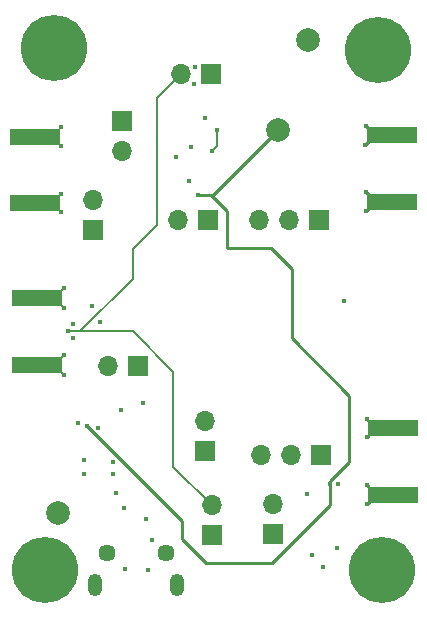
<source format=gbr>
%TF.GenerationSoftware,KiCad,Pcbnew,(6.0.9)*%
%TF.CreationDate,2022-12-23T15:52:03-08:00*%
%TF.ProjectId,pdm_mic_brd,70646d5f-6d69-4635-9f62-72642e6b6963,rev?*%
%TF.SameCoordinates,Original*%
%TF.FileFunction,Copper,L4,Bot*%
%TF.FilePolarity,Positive*%
%FSLAX46Y46*%
G04 Gerber Fmt 4.6, Leading zero omitted, Abs format (unit mm)*
G04 Created by KiCad (PCBNEW (6.0.9)) date 2022-12-23 15:52:03*
%MOMM*%
%LPD*%
G01*
G04 APERTURE LIST*
%TA.AperFunction,ComponentPad*%
%ADD10R,1.700000X1.700000*%
%TD*%
%TA.AperFunction,ComponentPad*%
%ADD11O,1.700000X1.700000*%
%TD*%
%TA.AperFunction,SMDPad,CuDef*%
%ADD12R,4.200000X1.350000*%
%TD*%
%TA.AperFunction,ConnectorPad*%
%ADD13C,5.600000*%
%TD*%
%TA.AperFunction,ComponentPad*%
%ADD14C,3.600000*%
%TD*%
%TA.AperFunction,ComponentPad*%
%ADD15C,2.000000*%
%TD*%
%TA.AperFunction,ComponentPad*%
%ADD16C,1.450000*%
%TD*%
%TA.AperFunction,ComponentPad*%
%ADD17O,1.200000X1.900000*%
%TD*%
%TA.AperFunction,ViaPad*%
%ADD18C,0.450000*%
%TD*%
%TA.AperFunction,Conductor*%
%ADD19C,0.254000*%
%TD*%
%TA.AperFunction,Conductor*%
%ADD20C,0.200000*%
%TD*%
G04 APERTURE END LIST*
D10*
%TO.P,J6,1,Pin_1*%
%TO.N,Net-(J6-Pad1)*%
X115555000Y-42088000D03*
D11*
%TO.P,J6,2,Pin_2*%
%TO.N,PDAT_SMA*%
X115555000Y-44628000D03*
%TD*%
D10*
%TO.P,J5,1,Pin_1*%
%TO.N,PDAT_SMA*%
X113118000Y-51322000D03*
D11*
%TO.P,J5,2,Pin_2*%
%TO.N,Net-(J4-Pad1)*%
X113118000Y-48782000D03*
%TD*%
D12*
%TO.P,J15,2,Ext*%
%TO.N,GND*%
X138438500Y-48962000D03*
X138438500Y-43312000D03*
%TD*%
%TO.P,J3,2,Ext*%
%TO.N,GND*%
X108378000Y-62748000D03*
X108378000Y-57098000D03*
%TD*%
D10*
%TO.P,J1,1,Pin_1*%
%TO.N,Net-(J1-Pad1)*%
X116948000Y-62889000D03*
D11*
%TO.P,J1,2,Pin_2*%
%TO.N,Net-(C2-Pad1)*%
X114408000Y-62889000D03*
%TD*%
D13*
%TO.P,H4,1,1*%
%TO.N,GND*%
X137238000Y-36127000D03*
D14*
X137238000Y-36127000D03*
%TD*%
D10*
%TO.P,J11,1,Pin_1*%
%TO.N,Net-(C6-Pad2)*%
X128350000Y-77108000D03*
D11*
%TO.P,J11,2,Pin_2*%
%TO.N,Net-(J11-Pad2)*%
X128350000Y-74568000D03*
%TD*%
D12*
%TO.P,J14,2,Ext*%
%TO.N,GND*%
X138508000Y-68117000D03*
X138508000Y-73767000D03*
%TD*%
D13*
%TO.P,H1,1,1*%
%TO.N,GND*%
X109792000Y-35945000D03*
D14*
X109792000Y-35945000D03*
%TD*%
D10*
%TO.P,J13,1,Pin_1*%
%TO.N,Net-(J13-Pad1)*%
X132309000Y-50486000D03*
D11*
%TO.P,J13,2,Pin_2*%
%TO.N,Net-(C7-Pad2)*%
X129769000Y-50486000D03*
%TO.P,J13,3,Pin_3*%
%TO.N,LEFT*%
X127229000Y-50486000D03*
%TD*%
D10*
%TO.P,J7,1,Pin_1*%
%TO.N,Net-(J7-Pad1)*%
X122614000Y-70090000D03*
D11*
%TO.P,J7,2,Pin_2*%
%TO.N,PDAT_SMA*%
X122614000Y-67550000D03*
%TD*%
D12*
%TO.P,J4,2,Ext*%
%TO.N,GND*%
X108222000Y-49091000D03*
X108222000Y-43441000D03*
%TD*%
D15*
%TO.P,TP1,1,1*%
%TO.N,V_IN*%
X110153000Y-75324000D03*
%TD*%
D10*
%TO.P,J10,1,Pin_1*%
%TO.N,Net-(C7-Pad2)*%
X122881000Y-50500000D03*
D11*
%TO.P,J10,2,Pin_2*%
%TO.N,Net-(J10-Pad2)*%
X120341000Y-50500000D03*
%TD*%
D10*
%TO.P,J9,1,Pin_1*%
%TO.N,Net-(J9-Pad1)*%
X123193000Y-77189000D03*
D11*
%TO.P,J9,2,Pin_2*%
%TO.N,CLK_SMA*%
X123193000Y-74649000D03*
%TD*%
D10*
%TO.P,J8,1,Pin_1*%
%TO.N,Net-(J8-Pad1)*%
X123087000Y-38177000D03*
D11*
%TO.P,J8,2,Pin_2*%
%TO.N,CLK_SMA*%
X120547000Y-38177000D03*
%TD*%
D15*
%TO.P,TP3,1,1*%
%TO.N,VDDA*%
X128799000Y-42912000D03*
%TD*%
D13*
%TO.P,H3,1,1*%
%TO.N,GND*%
X137576000Y-80097000D03*
D14*
X137576000Y-80097000D03*
%TD*%
D10*
%TO.P,J12,1,Pin_1*%
%TO.N,Net-(J12-Pad1)*%
X132436000Y-70413000D03*
D11*
%TO.P,J12,2,Pin_2*%
%TO.N,Net-(C6-Pad2)*%
X129896000Y-70413000D03*
%TO.P,J12,3,Pin_3*%
%TO.N,RIGHT*%
X127356000Y-70413000D03*
%TD*%
D15*
%TO.P,TP2,1,1*%
%TO.N,GND*%
X131362000Y-35232000D03*
%TD*%
D16*
%TO.P,J2,6,Shield*%
%TO.N,GND*%
X114283000Y-78697000D03*
D17*
X113283000Y-81397000D03*
D16*
X119283000Y-78697000D03*
D17*
X120283000Y-81397000D03*
%TD*%
D13*
%TO.P,H2,1,1*%
%TO.N,GND*%
X109064000Y-80154000D03*
D14*
X109064000Y-80154000D03*
%TD*%
D18*
%TO.N,GND*%
X121300000Y-47233000D03*
X131686000Y-78889500D03*
X134419000Y-57384000D03*
X111432000Y-59342000D03*
X136271000Y-48144000D03*
X136201000Y-44153000D03*
X112401000Y-72025000D03*
X115875000Y-80088000D03*
X121736000Y-37515000D03*
X110636000Y-63603000D03*
X132596000Y-79864500D03*
X121407000Y-44301000D03*
X110436000Y-44223000D03*
X118125000Y-77568000D03*
X121718000Y-38955000D03*
X114849869Y-70996993D03*
X113730000Y-59152000D03*
X114808000Y-72015000D03*
X133848000Y-72860000D03*
X113030000Y-57810000D03*
X115538000Y-66601000D03*
X110645000Y-56227000D03*
X136260000Y-49757000D03*
X111417000Y-60469000D03*
X110412000Y-49834000D03*
X133799000Y-78239000D03*
X115759000Y-74889000D03*
X122614500Y-41907496D03*
X110449000Y-42643000D03*
X131259000Y-73702000D03*
X112376000Y-70831000D03*
X136297000Y-68854000D03*
X136335000Y-72975000D03*
X117601000Y-75845000D03*
X120148000Y-45208000D03*
X136219000Y-42503000D03*
X111876000Y-67659000D03*
X136291000Y-67358000D03*
X110659000Y-61913000D03*
X136324000Y-74525000D03*
X117799000Y-80145000D03*
X117354000Y-65984000D03*
X110412000Y-48333000D03*
X115080000Y-73614000D03*
X113569126Y-68154186D03*
X110645000Y-57943000D03*
%TO.N,VDDA*%
X112594000Y-67959000D03*
X122027000Y-48415000D03*
X133190000Y-72819000D03*
%TO.N,V_PDM_L*%
X123655000Y-42917000D03*
X123194000Y-44660000D03*
%TO.N,CLK_SMA*%
X110976000Y-59898000D03*
%TD*%
D19*
%TO.N,GND*%
X137050000Y-68117000D02*
X136291000Y-67358000D01*
X138508000Y-68117000D02*
X137050000Y-68117000D01*
X137082000Y-73767000D02*
X136324000Y-74525000D01*
X138508000Y-68117000D02*
X137034000Y-68117000D01*
D20*
X109800000Y-57098000D02*
X110645000Y-57943000D01*
D19*
X138508000Y-73767000D02*
X137127000Y-73767000D01*
D20*
X108378000Y-57098000D02*
X109774000Y-57098000D01*
D19*
X138438500Y-48962000D02*
X137089000Y-48962000D01*
X138438500Y-43312000D02*
X137042000Y-43312000D01*
X137042000Y-43312000D02*
X136201000Y-44153000D01*
D20*
X108378000Y-62748000D02*
X109824000Y-62748000D01*
D19*
X137127000Y-73767000D02*
X136335000Y-72975000D01*
X137089000Y-48962000D02*
X136271000Y-48144000D01*
D20*
X108378000Y-62748000D02*
X109781000Y-62748000D01*
D19*
X138438500Y-43312000D02*
X137028000Y-43312000D01*
X137034000Y-68117000D02*
X136297000Y-68854000D01*
D20*
X109824000Y-62748000D02*
X110659000Y-61913000D01*
X109781000Y-62748000D02*
X110636000Y-63603000D01*
D19*
X137055000Y-48962000D02*
X136260000Y-49757000D01*
X138438500Y-48962000D02*
X137055000Y-48962000D01*
X137028000Y-43312000D02*
X136219000Y-42503000D01*
D20*
X108378000Y-57098000D02*
X109800000Y-57098000D01*
D19*
X138508000Y-73767000D02*
X137082000Y-73767000D01*
D20*
X109774000Y-57098000D02*
X110645000Y-56227000D01*
D19*
%TO.N,VDDA*%
X120647000Y-76012000D02*
X120647000Y-77512000D01*
X133190000Y-72819000D02*
X133190000Y-72609000D01*
X133190000Y-72609000D02*
X134823000Y-70976000D01*
X128279000Y-79533000D02*
X133190000Y-74622000D01*
X134823000Y-70976000D02*
X134823000Y-65390000D01*
X122027000Y-48415000D02*
X123150000Y-48415000D01*
X120647000Y-77512000D02*
X122668000Y-79533000D01*
X122027000Y-48415000D02*
X123296000Y-48415000D01*
X124452000Y-49717000D02*
X124452000Y-52871000D01*
X133190000Y-74622000D02*
X133190000Y-72819000D01*
X122668000Y-79533000D02*
X128279000Y-79533000D01*
X128177000Y-52871000D02*
X124452000Y-52871000D01*
X129953000Y-60520000D02*
X129953000Y-54647000D01*
X134823000Y-65390000D02*
X129953000Y-60520000D01*
X112594000Y-67959000D02*
X120647000Y-76012000D01*
X123296000Y-48415000D02*
X128799000Y-42912000D01*
X129953000Y-54647000D02*
X128177000Y-52871000D01*
X123150000Y-48415000D02*
X124452000Y-49717000D01*
D20*
%TO.N,V_PDM_L*%
X123655000Y-44199000D02*
X123194000Y-44660000D01*
X123655000Y-42917000D02*
X123655000Y-44199000D01*
%TO.N,CLK_SMA*%
X116503000Y-59898000D02*
X110976000Y-59898000D01*
X118555000Y-50912000D02*
X116480000Y-52987000D01*
X119948000Y-71404000D02*
X123193000Y-74649000D01*
X119948000Y-71404000D02*
X119948000Y-63343000D01*
X118555000Y-40169000D02*
X120547000Y-38177000D01*
X112042000Y-59898000D02*
X116480000Y-55460000D01*
X118555000Y-40169000D02*
X118555000Y-50912000D01*
X110976000Y-59898000D02*
X112042000Y-59898000D01*
X119948000Y-63343000D02*
X116503000Y-59898000D01*
X116480000Y-55460000D02*
X116480000Y-52987000D01*
%TD*%
M02*

</source>
